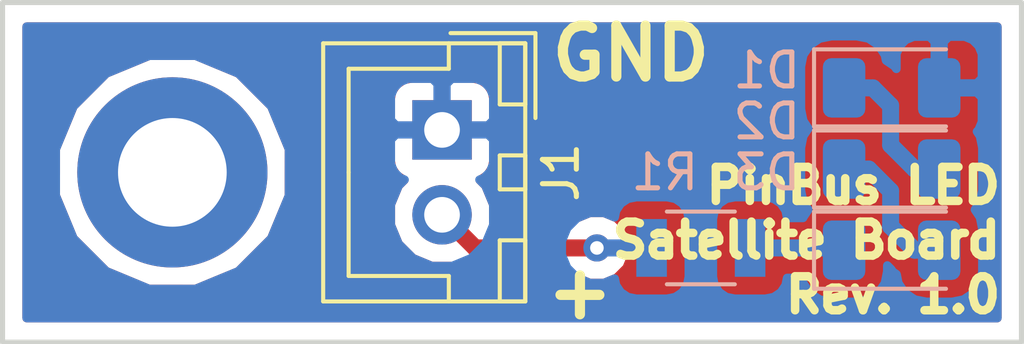
<source format=kicad_pcb>
(kicad_pcb (version 20171130) (host pcbnew "(5.0.0)")

  (general
    (thickness 1.6)
    (drawings 7)
    (tracks 17)
    (zones 0)
    (modules 6)
    (nets 6)
  )

  (page A4)
  (layers
    (0 F.Cu signal)
    (31 B.Cu signal)
    (32 B.Adhes user hide)
    (33 F.Adhes user hide)
    (34 B.Paste user hide)
    (35 F.Paste user hide)
    (36 B.SilkS user)
    (37 F.SilkS user)
    (38 B.Mask user)
    (39 F.Mask user)
    (40 Dwgs.User user hide)
    (41 Cmts.User user hide)
    (42 Eco1.User user hide)
    (43 Eco2.User user hide)
    (44 Edge.Cuts user)
    (45 Margin user hide)
    (46 B.CrtYd user)
    (47 F.CrtYd user)
    (48 B.Fab user hide)
    (49 F.Fab user hide)
  )

  (setup
    (last_trace_width 0.5)
    (trace_clearance 0.2)
    (zone_clearance 0.508)
    (zone_45_only no)
    (trace_min 0.2)
    (segment_width 0.2)
    (edge_width 0.15)
    (via_size 0.8)
    (via_drill 0.4)
    (via_min_size 0.4)
    (via_min_drill 0.3)
    (uvia_size 0.3)
    (uvia_drill 0.1)
    (uvias_allowed no)
    (uvia_min_size 0.2)
    (uvia_min_drill 0.1)
    (pcb_text_width 0.3)
    (pcb_text_size 1.5 1.5)
    (mod_edge_width 0.15)
    (mod_text_size 1 1)
    (mod_text_width 0.15)
    (pad_size 1.524 1.524)
    (pad_drill 0.762)
    (pad_to_mask_clearance 0.2)
    (aux_axis_origin 0 0)
    (visible_elements 7FFFFFFF)
    (pcbplotparams
      (layerselection 0x010f0_ffffffff)
      (usegerberextensions false)
      (usegerberattributes false)
      (usegerberadvancedattributes false)
      (creategerberjobfile false)
      (excludeedgelayer true)
      (linewidth 0.100000)
      (plotframeref false)
      (viasonmask false)
      (mode 1)
      (useauxorigin false)
      (hpglpennumber 1)
      (hpglpenspeed 20)
      (hpglpendiameter 15.000000)
      (psnegative false)
      (psa4output false)
      (plotreference true)
      (plotvalue true)
      (plotinvisibletext false)
      (padsonsilk false)
      (subtractmaskfromsilk false)
      (outputformat 4)
      (mirror false)
      (drillshape 0)
      (scaleselection 1)
      (outputdirectory "plots/pdf/"))
  )

  (net 0 "")
  (net 1 "Net-(D1-Pad1)")
  (net 2 "Net-(D1-Pad2)")
  (net 3 "Net-(D2-Pad1)")
  (net 4 "Net-(D3-Pad1)")
  (net 5 "Net-(J1-Pad2)")

  (net_class Default "Dit is de standaard class."
    (clearance 0.2)
    (trace_width 0.5)
    (via_dia 0.8)
    (via_drill 0.4)
    (uvia_dia 0.3)
    (uvia_drill 0.1)
    (add_net "Net-(D1-Pad1)")
    (add_net "Net-(D1-Pad2)")
    (add_net "Net-(D2-Pad1)")
    (add_net "Net-(D3-Pad1)")
    (add_net "Net-(J1-Pad2)")
  )

  (module LED_SMD:LED_1206_3216Metric (layer B.Cu) (tedit 5B301BBE) (tstamp 5B786A0A)
    (at 41.177679 17.512249)
    (descr "LED SMD 1206 (3216 Metric), square (rectangular) end terminal, IPC_7351 nominal, (Body size source: http://www.tortai-tech.com/upload/download/2011102023233369053.pdf), generated with kicad-footprint-generator")
    (tags diode)
    (path /5B7861C2)
    (attr smd)
    (fp_text reference D1 (at -3.677679 -0.512249) (layer B.SilkS)
      (effects (font (size 1 1) (thickness 0.15)) (justify mirror))
    )
    (fp_text value LED (at 0 -1.82) (layer B.Fab)
      (effects (font (size 1 1) (thickness 0.15)) (justify mirror))
    )
    (fp_line (start 1.6 0.8) (end -1.2 0.8) (layer B.Fab) (width 0.1))
    (fp_line (start -1.2 0.8) (end -1.6 0.4) (layer B.Fab) (width 0.1))
    (fp_line (start -1.6 0.4) (end -1.6 -0.8) (layer B.Fab) (width 0.1))
    (fp_line (start -1.6 -0.8) (end 1.6 -0.8) (layer B.Fab) (width 0.1))
    (fp_line (start 1.6 -0.8) (end 1.6 0.8) (layer B.Fab) (width 0.1))
    (fp_line (start 1.6 1.135) (end -2.285 1.135) (layer B.SilkS) (width 0.12))
    (fp_line (start -2.285 1.135) (end -2.285 -1.135) (layer B.SilkS) (width 0.12))
    (fp_line (start -2.285 -1.135) (end 1.6 -1.135) (layer B.SilkS) (width 0.12))
    (fp_line (start -2.28 -1.12) (end -2.28 1.12) (layer B.CrtYd) (width 0.05))
    (fp_line (start -2.28 1.12) (end 2.28 1.12) (layer B.CrtYd) (width 0.05))
    (fp_line (start 2.28 1.12) (end 2.28 -1.12) (layer B.CrtYd) (width 0.05))
    (fp_line (start 2.28 -1.12) (end -2.28 -1.12) (layer B.CrtYd) (width 0.05))
    (fp_text user %R (at 0 0) (layer B.Fab)
      (effects (font (size 0.8 0.8) (thickness 0.12)) (justify mirror))
    )
    (pad 1 smd roundrect (at -1.4 0) (size 1.25 1.75) (layers B.Cu B.Paste B.Mask) (roundrect_rratio 0.2)
      (net 1 "Net-(D1-Pad1)"))
    (pad 2 smd roundrect (at 1.4 0) (size 1.25 1.75) (layers B.Cu B.Paste B.Mask) (roundrect_rratio 0.2)
      (net 2 "Net-(D1-Pad2)"))
    (model ${KISYS3DMOD}/LED_SMD.3dshapes/LED_1206_3216Metric.wrl
      (at (xyz 0 0 0))
      (scale (xyz 1 1 1))
      (rotate (xyz 0 0 0))
    )
  )

  (module LED_SMD:LED_1206_3216Metric (layer B.Cu) (tedit 5B301BBE) (tstamp 5B786A1D)
    (at 41.177679 19.902249)
    (descr "LED SMD 1206 (3216 Metric), square (rectangular) end terminal, IPC_7351 nominal, (Body size source: http://www.tortai-tech.com/upload/download/2011102023233369053.pdf), generated with kicad-footprint-generator")
    (tags diode)
    (path /5B7862C2)
    (attr smd)
    (fp_text reference D2 (at -3.677679 -1.402249) (layer B.SilkS)
      (effects (font (size 1 1) (thickness 0.15)) (justify mirror))
    )
    (fp_text value LED (at 0 -1.82) (layer B.Fab)
      (effects (font (size 1 1) (thickness 0.15)) (justify mirror))
    )
    (fp_text user %R (at 0 0) (layer B.Fab)
      (effects (font (size 0.8 0.8) (thickness 0.12)) (justify mirror))
    )
    (fp_line (start 2.28 -1.12) (end -2.28 -1.12) (layer B.CrtYd) (width 0.05))
    (fp_line (start 2.28 1.12) (end 2.28 -1.12) (layer B.CrtYd) (width 0.05))
    (fp_line (start -2.28 1.12) (end 2.28 1.12) (layer B.CrtYd) (width 0.05))
    (fp_line (start -2.28 -1.12) (end -2.28 1.12) (layer B.CrtYd) (width 0.05))
    (fp_line (start -2.285 -1.135) (end 1.6 -1.135) (layer B.SilkS) (width 0.12))
    (fp_line (start -2.285 1.135) (end -2.285 -1.135) (layer B.SilkS) (width 0.12))
    (fp_line (start 1.6 1.135) (end -2.285 1.135) (layer B.SilkS) (width 0.12))
    (fp_line (start 1.6 -0.8) (end 1.6 0.8) (layer B.Fab) (width 0.1))
    (fp_line (start -1.6 -0.8) (end 1.6 -0.8) (layer B.Fab) (width 0.1))
    (fp_line (start -1.6 0.4) (end -1.6 -0.8) (layer B.Fab) (width 0.1))
    (fp_line (start -1.2 0.8) (end -1.6 0.4) (layer B.Fab) (width 0.1))
    (fp_line (start 1.6 0.8) (end -1.2 0.8) (layer B.Fab) (width 0.1))
    (pad 2 smd roundrect (at 1.4 0) (size 1.25 1.75) (layers B.Cu B.Paste B.Mask) (roundrect_rratio 0.2)
      (net 1 "Net-(D1-Pad1)"))
    (pad 1 smd roundrect (at -1.4 0) (size 1.25 1.75) (layers B.Cu B.Paste B.Mask) (roundrect_rratio 0.2)
      (net 3 "Net-(D2-Pad1)"))
    (model ${KISYS3DMOD}/LED_SMD.3dshapes/LED_1206_3216Metric.wrl
      (at (xyz 0 0 0))
      (scale (xyz 1 1 1))
      (rotate (xyz 0 0 0))
    )
  )

  (module LED_SMD:LED_1206_3216Metric (layer B.Cu) (tedit 5B301BBE) (tstamp 5B786A30)
    (at 41.177679 22.292249)
    (descr "LED SMD 1206 (3216 Metric), square (rectangular) end terminal, IPC_7351 nominal, (Body size source: http://www.tortai-tech.com/upload/download/2011102023233369053.pdf), generated with kicad-footprint-generator")
    (tags diode)
    (path /5B7862E4)
    (attr smd)
    (fp_text reference D3 (at -3.677679 -2.292249) (layer B.SilkS)
      (effects (font (size 1 1) (thickness 0.15)) (justify mirror))
    )
    (fp_text value LED (at 0 -1.82) (layer B.Fab)
      (effects (font (size 1 1) (thickness 0.15)) (justify mirror))
    )
    (fp_line (start 1.6 0.8) (end -1.2 0.8) (layer B.Fab) (width 0.1))
    (fp_line (start -1.2 0.8) (end -1.6 0.4) (layer B.Fab) (width 0.1))
    (fp_line (start -1.6 0.4) (end -1.6 -0.8) (layer B.Fab) (width 0.1))
    (fp_line (start -1.6 -0.8) (end 1.6 -0.8) (layer B.Fab) (width 0.1))
    (fp_line (start 1.6 -0.8) (end 1.6 0.8) (layer B.Fab) (width 0.1))
    (fp_line (start 1.6 1.135) (end -2.285 1.135) (layer B.SilkS) (width 0.12))
    (fp_line (start -2.285 1.135) (end -2.285 -1.135) (layer B.SilkS) (width 0.12))
    (fp_line (start -2.285 -1.135) (end 1.6 -1.135) (layer B.SilkS) (width 0.12))
    (fp_line (start -2.28 -1.12) (end -2.28 1.12) (layer B.CrtYd) (width 0.05))
    (fp_line (start -2.28 1.12) (end 2.28 1.12) (layer B.CrtYd) (width 0.05))
    (fp_line (start 2.28 1.12) (end 2.28 -1.12) (layer B.CrtYd) (width 0.05))
    (fp_line (start 2.28 -1.12) (end -2.28 -1.12) (layer B.CrtYd) (width 0.05))
    (fp_text user %R (at 0 0) (layer B.Fab)
      (effects (font (size 0.8 0.8) (thickness 0.12)) (justify mirror))
    )
    (pad 1 smd roundrect (at -1.4 0) (size 1.25 1.75) (layers B.Cu B.Paste B.Mask) (roundrect_rratio 0.2)
      (net 4 "Net-(D3-Pad1)"))
    (pad 2 smd roundrect (at 1.4 0) (size 1.25 1.75) (layers B.Cu B.Paste B.Mask) (roundrect_rratio 0.2)
      (net 3 "Net-(D2-Pad1)"))
    (model ${KISYS3DMOD}/LED_SMD.3dshapes/LED_1206_3216Metric.wrl
      (at (xyz 0 0 0))
      (scale (xyz 1 1 1))
      (rotate (xyz 0 0 0))
    )
  )

  (module Connectors_JST:JST_XH_B02B-XH-A_02x2.50mm_Straight (layer F.Cu) (tedit 5B78649E) (tstamp 5B786A59)
    (at 27.94 18.75 270)
    (descr "JST XH series connector, B02B-XH-A, top entry type, through hole")
    (tags "connector jst xh tht top vertical 2.50mm")
    (path /5B786542)
    (fp_text reference J1 (at 1.25 -3.5 270) (layer F.SilkS)
      (effects (font (size 1 1) (thickness 0.15)))
    )
    (fp_text value Conn_01x02_Male (at 1.25 4.5 270) (layer F.Fab) hide
      (effects (font (size 1 1) (thickness 0.15)))
    )
    (fp_text user %R (at 1.25 2.5 270) (layer F.Fab)
      (effects (font (size 1 1) (thickness 0.15)))
    )
    (fp_line (start -2.85 -2.75) (end -2.85 -0.25) (layer F.Fab) (width 0.1))
    (fp_line (start -0.35 -2.75) (end -2.85 -2.75) (layer F.Fab) (width 0.1))
    (fp_line (start -2.85 -2.75) (end -2.85 -0.25) (layer F.SilkS) (width 0.12))
    (fp_line (start -0.35 -2.75) (end -2.85 -2.75) (layer F.SilkS) (width 0.12))
    (fp_line (start 4.3 2.75) (end 1.25 2.75) (layer F.SilkS) (width 0.12))
    (fp_line (start 4.3 -0.2) (end 4.3 2.75) (layer F.SilkS) (width 0.12))
    (fp_line (start 5.05 -0.2) (end 4.3 -0.2) (layer F.SilkS) (width 0.12))
    (fp_line (start -1.8 2.75) (end 1.25 2.75) (layer F.SilkS) (width 0.12))
    (fp_line (start -1.8 -0.2) (end -1.8 2.75) (layer F.SilkS) (width 0.12))
    (fp_line (start -2.55 -0.2) (end -1.8 -0.2) (layer F.SilkS) (width 0.12))
    (fp_line (start 5.05 -2.45) (end 3.25 -2.45) (layer F.SilkS) (width 0.12))
    (fp_line (start 5.05 -1.7) (end 5.05 -2.45) (layer F.SilkS) (width 0.12))
    (fp_line (start 3.25 -1.7) (end 5.05 -1.7) (layer F.SilkS) (width 0.12))
    (fp_line (start 3.25 -2.45) (end 3.25 -1.7) (layer F.SilkS) (width 0.12))
    (fp_line (start -0.75 -2.45) (end -2.55 -2.45) (layer F.SilkS) (width 0.12))
    (fp_line (start -0.75 -1.7) (end -0.75 -2.45) (layer F.SilkS) (width 0.12))
    (fp_line (start -2.55 -1.7) (end -0.75 -1.7) (layer F.SilkS) (width 0.12))
    (fp_line (start -2.55 -2.45) (end -2.55 -1.7) (layer F.SilkS) (width 0.12))
    (fp_line (start 1.75 -2.45) (end 0.75 -2.45) (layer F.SilkS) (width 0.12))
    (fp_line (start 1.75 -1.7) (end 1.75 -2.45) (layer F.SilkS) (width 0.12))
    (fp_line (start 0.75 -1.7) (end 1.75 -1.7) (layer F.SilkS) (width 0.12))
    (fp_line (start 0.75 -2.45) (end 0.75 -1.7) (layer F.SilkS) (width 0.12))
    (fp_line (start 5.05 -2.45) (end -2.55 -2.45) (layer F.SilkS) (width 0.12))
    (fp_line (start 5.05 3.5) (end 5.05 -2.45) (layer F.SilkS) (width 0.12))
    (fp_line (start -2.55 3.5) (end 5.05 3.5) (layer F.SilkS) (width 0.12))
    (fp_line (start -2.55 -2.45) (end -2.55 3.5) (layer F.SilkS) (width 0.12))
    (fp_line (start 5.45 -2.85) (end -2.95 -2.85) (layer F.CrtYd) (width 0.05))
    (fp_line (start 5.45 3.9) (end 5.45 -2.85) (layer F.CrtYd) (width 0.05))
    (fp_line (start -2.95 3.9) (end 5.45 3.9) (layer F.CrtYd) (width 0.05))
    (fp_line (start -2.95 -2.85) (end -2.95 3.9) (layer F.CrtYd) (width 0.05))
    (fp_line (start 4.95 -2.35) (end -2.45 -2.35) (layer F.Fab) (width 0.1))
    (fp_line (start 4.95 3.4) (end 4.95 -2.35) (layer F.Fab) (width 0.1))
    (fp_line (start -2.45 3.4) (end 4.95 3.4) (layer F.Fab) (width 0.1))
    (fp_line (start -2.45 -2.35) (end -2.45 3.4) (layer F.Fab) (width 0.1))
    (pad 2 thru_hole circle (at 2.5 0 270) (size 1.75 1.75) (drill 1.05) (layers *.Cu *.Mask)
      (net 5 "Net-(J1-Pad2)"))
    (pad 1 thru_hole rect (at 0 0 270) (size 1.75 1.75) (drill 1.05) (layers *.Cu *.Mask)
      (net 2 "Net-(D1-Pad2)"))
    (model Connectors_JST.3dshapes/JST_XH_B02B-XH-A_02x2.50mm_Straight.wrl
      (at (xyz 0 0 0))
      (scale (xyz 1 1 1))
      (rotate (xyz 0 0 0))
    )
  )

  (module Resistors_SMD:R_1206 (layer B.Cu) (tedit 58E0A804) (tstamp 5B786A6A)
    (at 35.56 22.225 180)
    (descr "Resistor SMD 1206, reflow soldering, Vishay (see dcrcw.pdf)")
    (tags "resistor 1206")
    (path /5B786354)
    (attr smd)
    (fp_text reference R1 (at 1.06 2.225 180) (layer B.SilkS)
      (effects (font (size 1 1) (thickness 0.15)) (justify mirror))
    )
    (fp_text value 0R (at 0 -1.95 180) (layer B.Fab)
      (effects (font (size 1 1) (thickness 0.15)) (justify mirror))
    )
    (fp_line (start 2.15 -1.1) (end -2.15 -1.1) (layer B.CrtYd) (width 0.05))
    (fp_line (start 2.15 -1.1) (end 2.15 1.11) (layer B.CrtYd) (width 0.05))
    (fp_line (start -2.15 1.11) (end -2.15 -1.1) (layer B.CrtYd) (width 0.05))
    (fp_line (start -2.15 1.11) (end 2.15 1.11) (layer B.CrtYd) (width 0.05))
    (fp_line (start -1 1.07) (end 1 1.07) (layer B.SilkS) (width 0.12))
    (fp_line (start 1 -1.07) (end -1 -1.07) (layer B.SilkS) (width 0.12))
    (fp_line (start -1.6 0.8) (end 1.6 0.8) (layer B.Fab) (width 0.1))
    (fp_line (start 1.6 0.8) (end 1.6 -0.8) (layer B.Fab) (width 0.1))
    (fp_line (start 1.6 -0.8) (end -1.6 -0.8) (layer B.Fab) (width 0.1))
    (fp_line (start -1.6 -0.8) (end -1.6 0.8) (layer B.Fab) (width 0.1))
    (fp_text user %R (at 0 0 180) (layer B.Fab)
      (effects (font (size 0.7 0.7) (thickness 0.105)) (justify mirror))
    )
    (pad 2 smd rect (at 1.45 0 180) (size 0.9 1.7) (layers B.Cu B.Paste B.Mask)
      (net 5 "Net-(J1-Pad2)"))
    (pad 1 smd rect (at -1.45 0 180) (size 0.9 1.7) (layers B.Cu B.Paste B.Mask)
      (net 4 "Net-(D3-Pad1)"))
    (model ${KISYS3DMOD}/Resistors_SMD.3dshapes/R_1206.wrl
      (at (xyz 0 0 0))
      (scale (xyz 1 1 1))
      (rotate (xyz 0 0 0))
    )
  )

  (module Mounting_Holes:MountingHole_3.2mm_M3_DIN965_Pad (layer F.Cu) (tedit 5B7867C8) (tstamp 5B7872B8)
    (at 20 20)
    (descr "Mounting Hole 3.2mm, M3, DIN965")
    (tags "mounting hole 3.2mm m3 din965")
    (attr virtual)
    (fp_text reference REF** (at 0 -3.8) (layer F.SilkS) hide
      (effects (font (size 1 1) (thickness 0.15)))
    )
    (fp_text value MountingHole_3.2mm_M3_DIN965_Pad (at 0 3.8) (layer F.Fab) hide
      (effects (font (size 1 1) (thickness 0.15)))
    )
    (fp_text user %R (at 0.3 0) (layer F.Fab)
      (effects (font (size 1 1) (thickness 0.15)))
    )
    (fp_circle (center 0 0) (end 2.8 0) (layer Cmts.User) (width 0.15))
    (fp_circle (center 0 0) (end 3.05 0) (layer F.CrtYd) (width 0.05))
    (pad 1 thru_hole circle (at 0 0) (size 5.6 5.6) (drill 3.2) (layers *.Cu *.Mask))
  )

  (gr_text "PinBus LED\nSatellite Board\nRev. 1.0" (at 44.5 22) (layer F.SilkS)
    (effects (font (size 1 1) (thickness 0.25)) (justify right))
  )
  (gr_text GND (at 33.5 16.5) (layer F.SilkS)
    (effects (font (size 1.5 1.5) (thickness 0.3)))
  )
  (gr_text + (at 32 23.5) (layer F.SilkS)
    (effects (font (size 1.5 1.5) (thickness 0.3)))
  )
  (gr_line (start 15 25) (end 15 15) (layer Edge.Cuts) (width 0.15))
  (gr_line (start 45 25) (end 15 25) (layer Edge.Cuts) (width 0.15))
  (gr_line (start 45 15) (end 45 25) (layer Edge.Cuts) (width 0.15))
  (gr_line (start 15 15) (end 45 15) (layer Edge.Cuts) (width 0.15))

  (segment (start 40.626249 17.512249) (end 39.777679 17.512249) (width 0.5) (layer B.Cu) (net 1))
  (segment (start 41.148 18.034) (end 40.626249 17.512249) (width 0.5) (layer B.Cu) (net 1))
  (segment (start 41.148 19.19757) (end 41.148 18.034) (width 0.5) (layer B.Cu) (net 1))
  (segment (start 42.577679 19.902249) (end 41.852679 19.902249) (width 0.5) (layer B.Cu) (net 1))
  (segment (start 41.852679 19.902249) (end 41.148 19.19757) (width 0.5) (layer B.Cu) (net 1))
  (segment (start 40.502679 19.902249) (end 39.777679 19.902249) (width 0.5) (layer B.Cu) (net 3))
  (segment (start 41.148 20.54757) (end 40.502679 19.902249) (width 0.5) (layer B.Cu) (net 3))
  (segment (start 41.148 21.59) (end 41.148 20.54757) (width 0.5) (layer B.Cu) (net 3))
  (segment (start 41.15043 21.59) (end 41.148 21.59) (width 0.5) (layer B.Cu) (net 3))
  (segment (start 41.852679 22.292249) (end 41.15043 21.59) (width 0.5) (layer B.Cu) (net 3))
  (segment (start 42.577679 22.292249) (end 41.852679 22.292249) (width 0.5) (layer B.Cu) (net 3))
  (segment (start 39.71043 22.225) (end 39.777679 22.292249) (width 0.5) (layer B.Cu) (net 4))
  (segment (start 37.01 22.225) (end 39.71043 22.225) (width 0.5) (layer B.Cu) (net 4))
  (segment (start 34.11 22.225) (end 32.5 22.225) (width 0.5) (layer B.Cu) (net 5))
  (via (at 32.5 22.225) (size 0.8) (drill 0.4) (layers F.Cu B.Cu) (net 5))
  (segment (start 28.915 22.225) (end 27.94 21.25) (width 0.5) (layer F.Cu) (net 5))
  (segment (start 32.5 22.225) (end 28.915 22.225) (width 0.5) (layer F.Cu) (net 5))

  (zone (net 2) (net_name "Net-(D1-Pad2)") (layer B.Cu) (tstamp 5C10266C) (hatch edge 0.508)
    (connect_pads (clearance 0.508))
    (min_thickness 0.254)
    (fill yes (arc_segments 16) (thermal_gap 0.508) (thermal_bridge_width 0.508))
    (polygon
      (pts
        (xy 15 15) (xy 45 15) (xy 45 25) (xy 15 25)
      )
    )
    (filled_polygon
      (pts
        (xy 44.290001 24.29) (xy 15.71 24.29) (xy 15.71 19.316736) (xy 16.565 19.316736) (xy 16.565 20.683264)
        (xy 17.087947 21.945771) (xy 18.054229 22.912053) (xy 19.316736 23.435) (xy 20.683264 23.435) (xy 21.945771 22.912053)
        (xy 22.912053 21.945771) (xy 23.435 20.683264) (xy 23.435 19.316736) (xy 23.318612 19.03575) (xy 26.43 19.03575)
        (xy 26.43 19.751309) (xy 26.526673 19.984698) (xy 26.705301 20.163327) (xy 26.836759 20.217779) (xy 26.659884 20.394654)
        (xy 26.43 20.949642) (xy 26.43 21.550358) (xy 26.659884 22.105346) (xy 27.084654 22.530116) (xy 27.639642 22.76)
        (xy 28.240358 22.76) (xy 28.795346 22.530116) (xy 29.220116 22.105346) (xy 29.255829 22.019126) (xy 31.465 22.019126)
        (xy 31.465 22.430874) (xy 31.622569 22.81128) (xy 31.91372 23.102431) (xy 32.294126 23.26) (xy 32.705874 23.26)
        (xy 33.023213 23.128554) (xy 33.061843 23.322765) (xy 33.202191 23.532809) (xy 33.412235 23.673157) (xy 33.66 23.72244)
        (xy 34.56 23.72244) (xy 34.807765 23.673157) (xy 35.017809 23.532809) (xy 35.158157 23.322765) (xy 35.20744 23.075)
        (xy 35.20744 21.375) (xy 35.91256 21.375) (xy 35.91256 23.075) (xy 35.961843 23.322765) (xy 36.102191 23.532809)
        (xy 36.312235 23.673157) (xy 36.56 23.72244) (xy 37.46 23.72244) (xy 37.707765 23.673157) (xy 37.917809 23.532809)
        (xy 38.058157 23.322765) (xy 38.100478 23.11) (xy 38.54358 23.11) (xy 38.573553 23.260684) (xy 38.768093 23.551835)
        (xy 39.059244 23.746375) (xy 39.402679 23.814689) (xy 40.152679 23.814689) (xy 40.496114 23.746375) (xy 40.787265 23.551835)
        (xy 40.981805 23.260684) (xy 41.050119 22.917249) (xy 41.050119 22.741268) (xy 41.165256 22.856405) (xy 41.21463 22.930298)
        (xy 41.288523 22.979672) (xy 41.288524 22.979673) (xy 41.322121 23.002122) (xy 41.373553 23.260684) (xy 41.568093 23.551835)
        (xy 41.859244 23.746375) (xy 42.202679 23.814689) (xy 42.952679 23.814689) (xy 43.296114 23.746375) (xy 43.587265 23.551835)
        (xy 43.781805 23.260684) (xy 43.850119 22.917249) (xy 43.850119 21.667249) (xy 43.781805 21.323814) (xy 43.63042 21.097249)
        (xy 43.781805 20.870684) (xy 43.850119 20.527249) (xy 43.850119 19.277249) (xy 43.781805 18.933814) (xy 43.690615 18.797338)
        (xy 43.741006 18.746948) (xy 43.837679 18.513559) (xy 43.837679 17.797999) (xy 43.678929 17.639249) (xy 42.704679 17.639249)
        (xy 42.704679 17.659249) (xy 42.450679 17.659249) (xy 42.450679 17.639249) (xy 42.430679 17.639249) (xy 42.430679 17.385249)
        (xy 42.450679 17.385249) (xy 42.450679 16.160999) (xy 42.704679 16.160999) (xy 42.704679 17.385249) (xy 43.678929 17.385249)
        (xy 43.837679 17.226499) (xy 43.837679 16.510939) (xy 43.741006 16.27755) (xy 43.562377 16.098922) (xy 43.328988 16.002249)
        (xy 42.863429 16.002249) (xy 42.704679 16.160999) (xy 42.450679 16.160999) (xy 42.291929 16.002249) (xy 41.82637 16.002249)
        (xy 41.592981 16.098922) (xy 41.414352 16.27755) (xy 41.317679 16.510939) (xy 41.317679 16.952101) (xy 41.313674 16.948096)
        (xy 41.264298 16.8742) (xy 41.014295 16.707153) (xy 40.981805 16.543814) (xy 40.787265 16.252663) (xy 40.496114 16.058123)
        (xy 40.152679 15.989809) (xy 39.402679 15.989809) (xy 39.059244 16.058123) (xy 38.768093 16.252663) (xy 38.573553 16.543814)
        (xy 38.505239 16.887249) (xy 38.505239 18.137249) (xy 38.573553 18.480684) (xy 38.724938 18.707249) (xy 38.573553 18.933814)
        (xy 38.505239 19.277249) (xy 38.505239 20.527249) (xy 38.573553 20.870684) (xy 38.724938 21.097249) (xy 38.573553 21.323814)
        (xy 38.570333 21.34) (xy 38.100478 21.34) (xy 38.058157 21.127235) (xy 37.917809 20.917191) (xy 37.707765 20.776843)
        (xy 37.46 20.72756) (xy 36.56 20.72756) (xy 36.312235 20.776843) (xy 36.102191 20.917191) (xy 35.961843 21.127235)
        (xy 35.91256 21.375) (xy 35.20744 21.375) (xy 35.158157 21.127235) (xy 35.017809 20.917191) (xy 34.807765 20.776843)
        (xy 34.56 20.72756) (xy 33.66 20.72756) (xy 33.412235 20.776843) (xy 33.202191 20.917191) (xy 33.061843 21.127235)
        (xy 33.023213 21.321446) (xy 32.705874 21.19) (xy 32.294126 21.19) (xy 31.91372 21.347569) (xy 31.622569 21.63872)
        (xy 31.465 22.019126) (xy 29.255829 22.019126) (xy 29.45 21.550358) (xy 29.45 20.949642) (xy 29.220116 20.394654)
        (xy 29.043241 20.217779) (xy 29.174699 20.163327) (xy 29.353327 19.984698) (xy 29.45 19.751309) (xy 29.45 19.03575)
        (xy 29.29125 18.877) (xy 28.067 18.877) (xy 28.067 18.897) (xy 27.813 18.897) (xy 27.813 18.877)
        (xy 26.58875 18.877) (xy 26.43 19.03575) (xy 23.318612 19.03575) (xy 22.912053 18.054229) (xy 22.606515 17.748691)
        (xy 26.43 17.748691) (xy 26.43 18.46425) (xy 26.58875 18.623) (xy 27.813 18.623) (xy 27.813 17.39875)
        (xy 28.067 17.39875) (xy 28.067 18.623) (xy 29.29125 18.623) (xy 29.45 18.46425) (xy 29.45 17.748691)
        (xy 29.353327 17.515302) (xy 29.174699 17.336673) (xy 28.94131 17.24) (xy 28.22575 17.24) (xy 28.067 17.39875)
        (xy 27.813 17.39875) (xy 27.65425 17.24) (xy 26.93869 17.24) (xy 26.705301 17.336673) (xy 26.526673 17.515302)
        (xy 26.43 17.748691) (xy 22.606515 17.748691) (xy 21.945771 17.087947) (xy 20.683264 16.565) (xy 19.316736 16.565)
        (xy 18.054229 17.087947) (xy 17.087947 18.054229) (xy 16.565 19.316736) (xy 15.71 19.316736) (xy 15.71 15.71)
        (xy 44.29 15.71)
      )
    )
  )
  (zone (net 0) (net_name "") (layer F.Cu) (tstamp 5C102669) (hatch edge 0.508)
    (connect_pads (clearance 0.508))
    (min_thickness 0.254)
    (fill yes (arc_segments 16) (thermal_gap 0.508) (thermal_bridge_width 0.508))
    (polygon
      (pts
        (xy 45 15) (xy 15 15) (xy 15 25) (xy 45 25)
      )
    )
    (filled_polygon
      (pts
        (xy 44.290001 24.29) (xy 15.71 24.29) (xy 15.71 20.672956) (xy 16.562965 20.672956) (xy 16.565 20.677911)
        (xy 16.565 20.683264) (xy 16.824391 21.30949) (xy 17.082122 21.937027) (xy 17.087918 21.945701) (xy 17.087947 21.945771)
        (xy 17.088001 21.945825) (xy 17.093797 21.954499) (xy 17.103428 21.961252) (xy 18.038748 22.896572) (xy 18.045501 22.906203)
        (xy 18.050444 22.908268) (xy 18.054229 22.912053) (xy 18.680446 23.17144) (xy 19.306434 23.432936) (xy 19.311792 23.432952)
        (xy 19.316736 23.435) (xy 19.994529 23.435) (xy 20.672956 23.437035) (xy 20.677911 23.435) (xy 20.683264 23.435)
        (xy 21.30949 23.175609) (xy 21.937027 22.917878) (xy 21.945701 22.912082) (xy 21.945771 22.912053) (xy 21.945825 22.911999)
        (xy 21.954499 22.906203) (xy 21.961252 22.896572) (xy 22.896572 21.961252) (xy 22.906203 21.954499) (xy 22.908268 21.949556)
        (xy 22.912053 21.945771) (xy 23.17144 21.319554) (xy 23.432936 20.693566) (xy 23.432952 20.688208) (xy 23.435 20.683264)
        (xy 23.435 20.005471) (xy 23.437035 19.327044) (xy 23.435 19.322089) (xy 23.435 19.316736) (xy 23.175609 18.69051)
        (xy 22.917878 18.062973) (xy 22.912082 18.054299) (xy 22.912053 18.054229) (xy 22.911999 18.054175) (xy 22.906203 18.045501)
        (xy 22.896572 18.038748) (xy 22.732824 17.875) (xy 26.41756 17.875) (xy 26.41756 19.625) (xy 26.466843 19.872765)
        (xy 26.607191 20.082809) (xy 26.817235 20.223157) (xy 26.829034 20.225504) (xy 26.659884 20.394654) (xy 26.43 20.949642)
        (xy 26.43 21.550358) (xy 26.659884 22.105346) (xy 27.084654 22.530116) (xy 27.639642 22.76) (xy 28.198421 22.76)
        (xy 28.227577 22.789156) (xy 28.276951 22.863049) (xy 28.350844 22.912423) (xy 28.350845 22.912424) (xy 28.46188 22.986615)
        (xy 28.56969 23.058652) (xy 28.827835 23.11) (xy 28.827839 23.11) (xy 28.914999 23.127337) (xy 29.002159 23.11)
        (xy 31.931993 23.11) (xy 32.294126 23.26) (xy 32.705874 23.26) (xy 33.08628 23.102431) (xy 33.377431 22.81128)
        (xy 33.535 22.430874) (xy 33.535 22.019126) (xy 33.377431 21.63872) (xy 33.08628 21.347569) (xy 32.705874 21.19)
        (xy 32.294126 21.19) (xy 31.931993 21.34) (xy 29.45 21.34) (xy 29.45 20.949642) (xy 29.220116 20.394654)
        (xy 29.050966 20.225504) (xy 29.062765 20.223157) (xy 29.272809 20.082809) (xy 29.413157 19.872765) (xy 29.46244 19.625)
        (xy 29.46244 17.875) (xy 29.413157 17.627235) (xy 29.272809 17.417191) (xy 29.062765 17.276843) (xy 28.815 17.22756)
        (xy 27.065 17.22756) (xy 26.817235 17.276843) (xy 26.607191 17.417191) (xy 26.466843 17.627235) (xy 26.41756 17.875)
        (xy 22.732824 17.875) (xy 21.961252 17.103428) (xy 21.954499 17.093797) (xy 21.949556 17.091732) (xy 21.945771 17.087947)
        (xy 21.319554 16.82856) (xy 20.693566 16.567064) (xy 20.688208 16.567048) (xy 20.683264 16.565) (xy 20.005471 16.565)
        (xy 19.327044 16.562965) (xy 19.322089 16.565) (xy 19.316736 16.565) (xy 18.69051 16.824391) (xy 18.062973 17.082122)
        (xy 18.054299 17.087918) (xy 18.054229 17.087947) (xy 18.054175 17.088001) (xy 18.045501 17.093797) (xy 18.038748 17.103428)
        (xy 17.103428 18.038748) (xy 17.093797 18.045501) (xy 17.091732 18.050444) (xy 17.087947 18.054229) (xy 16.82856 18.680446)
        (xy 16.567064 19.306434) (xy 16.567048 19.311792) (xy 16.565 19.316736) (xy 16.565 19.994529) (xy 16.562965 20.672956)
        (xy 15.71 20.672956) (xy 15.71 15.71) (xy 44.29 15.71)
      )
    )
  )
)

</source>
